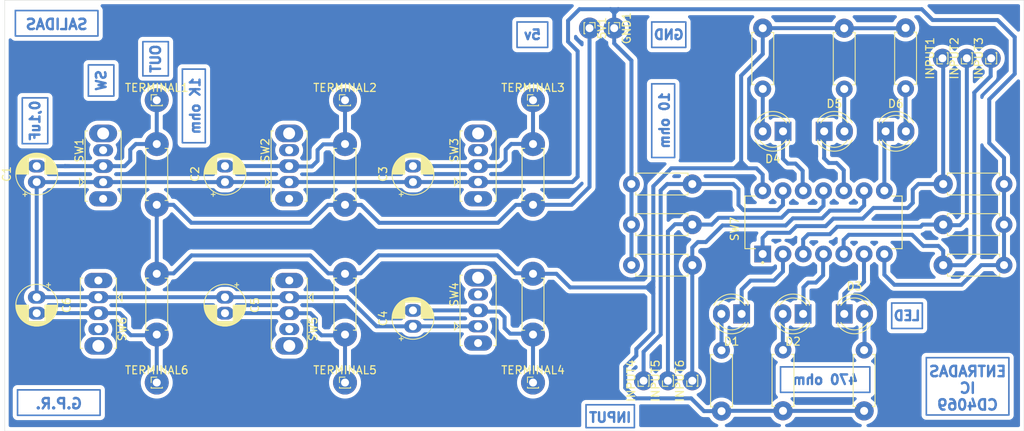
<source format=kicad_pcb>
(kicad_pcb (version 20241229) (generator "pcbnew") (generator_version "9.0")
  (layers (0 "F.Cu" signal) (2 "B.Cu" signal) (13 "F.Paste" user) (15 "B.Paste" user) (5 "F.SilkS" user "F.Silkscreen") (7 "B.SilkS" user "B.Silkscreen") (1 "F.Mask" user) (3 "B.Mask" user) (25 "Edge.Cuts" user))
  (net 0 "")
  (net 1 "Net-(5V1-Pin_1)")
  (net 2 "Net-(SW1A-B)")
  (net 3 "Net-(GND1-Pin_1)")
  (net 4 "Net-(SW2A-B)")
  (net 5 "Net-(SW3A-B)")
  (net 6 "Net-(SW4A-B)")
  (net 7 "Net-(SW5A-B)")
  (net 8 "Net-(D1-A)")
  (net 9 "Net-(D1-K)")
  (net 10 "Net-(D2-K)")
  (net 11 "Net-(D2-A)")
  (net 12 "Net-(D3-A)")
  (net 13 "Net-(D3-K)")
  (net 14 "Net-(D4-A)")
  (net 15 "Net-(D4-K)")
  (net 16 "Net-(D5-A)")
  (net 17 "Net-(D5-K)")
  (net 18 "Net-(D6-A)")
  (net 19 "Net-(D6-K)")
  (net 20 "Net-(INPUT1-Pin_1)")
  (net 21 "Net-(INPUT2-Pin_1)")
  (net 22 "Net-(INPUT3-Pin_1)")
  (net 23 "Net-(INPUT4-Pin_1)")
  (net 24 "Net-(INPUT5-Pin_1)")
  (net 25 "Net-(INPUT6-Pin_1)")
  (net 31 "Net-(SW6A-B)")
  (footprint "Library:PinHeader_1x01_P1.00mm_VerticalPAD2.5mm" (layer "F.Cu") (at 100.97 22.835 -90)
    (property "Reference" "GND1")
    (property "Value" "~")
  )
  (footprint "Library:SW_Slide_SPDT_Straight_CK_OS102011MS2QPADGRANDE" (layer "F.Cu") (at 36.95 42.14 90)
    (property "Reference" "SW1")
    (property "Value" "SW_DPDT_x2")
  )
  (footprint "Library:LED_D4.0mmPAD2,4mm" (layer "F.Cu") (at 116.935 58.675 180)
    (property "Reference" "D1")
    (property "Value" "LED")
  )
  (footprint "Library:R_Axial_DIN0207_L6.3mm_D2.5mm_P7.62mm_HorizontalPAD2.5mm" (layer "F.Cu") (at 67.250493 53.64 -90)
    (property "Reference" "R5" (hide yes))
    (property "Value" "1K OHM" (hide yes))
  )
  (footprint "Library:SW_Slide_SPDT_Straight_CK_OS102011MS2QPADGRANDE" (layer "F.Cu") (at 60.27 56.58 -90)
    (property "Reference" "SW5")
    (property "Value" "SW_DPDT_x2")
  )
  (footprint "Library:PinHeader_1x01_P1.00mm_VerticalPAD2.5mm" (layer "F.Cu") (at 145.1425 26.615 90)
    (property "Reference" "INPUT2")
    (property "Value" "~")
  )
  (footprint "Library:LED_D4.0mmPAD2,4mm" (layer "F.Cu") (at 134.97 35.775)
    (property "Reference" "D6")
    (property "Value" "LED")
  )
  (footprint "Library:R_Axial_DIN0207_L6.3mm_D2.5mm_P7.62mm_HorizontalPAD2.5mm" (layer "F.Cu") (at 110.75 52.555 180)
    (property "Reference" "R18" (hide yes))
    (property "Value" "10 OHM" (hide yes))
  )
  (footprint "Library:SW_Slide_SPDT_Straight_CK_OS102011MS2QPADGRANDE" (layer "F.Cu") (at 83.92 60.230224 90)
    (property "Reference" "SW4")
    (property "Value" "SW_DPDT_x2")
  )
  (footprint "Library:R_Axial_DIN0207_L6.3mm_D2.5mm_P7.62mm_HorizontalPAD2.5mm" (layer "F.Cu") (at 43.667693 53.64 -90)
    (property "Reference" "R6" (hide yes))
    (property "Value" "1K OHM" (hide yes))
  )
  (footprint "Library:CP_Radial_D5.0mm_P2.00mmPAD2.2mm" (layer "F.Cu") (at 52.213693 56.58 -90)
    (property "Reference" "C5")
    (property "Value" "0.1uF")
  )
  (footprint "Library:PinHeader_1x01_P1.00mm_VerticalPAD2.5mm" (layer "F.Cu") (at 97.88 22.835 -90)
    (property "Reference" "5V1")
    (property "Value" "~")
  )
  (footprint "Library:SW_Slide_SPDT_Straight_CK_OS102011MS2QPADGRANDE" (layer "F.Cu") (at 60.25 42.133859 90)
    (property "Reference" "SW2")
    (property "Value" "SW_DPDT_x2")
  )
  (footprint "Library:PinHeader_1x01_P1.00mm_VerticalPAD2.5mm" (layer "F.Cu") (at 67.250493 31.870346)
    (property "Reference" "TERMINAL2")
    (property "Value" "Out 5V/0V")
  )
  (footprint "Library:R_Axial_DIN0207_L6.3mm_D2.5mm_P7.62mm_HorizontalPAD2.5mm" (layer "F.Cu") (at 132.275 70.835 90)
    (property "Reference" "R11" (hide yes))
    (property "Value" "470 OHM" (hide yes))
  )
  (footprint "Library:LED_D4.0mmPAD2,4mm" (layer "F.Cu") (at 127.27 35.775)
    (property "Reference" "D5")
    (property "Value" "LED")
  )
  (footprint "Library:PinHeader_1x01_P1.00mm_VerticalPAD2.5mm" (layer "F.Cu") (at 148.1925 26.615 90)
    (property "Reference" "INPUT3")
    (property "Value" "~")
  )
  (footprint "Library:CP_Radial_D5.0mm_P2.00mmPAD2.2mm" (layer "F.Cu") (at 28.630893 42.133859 90)
    (property "Reference" "C1")
    (property "Value" "0.1uF")
  )
  (footprint "Library:R_Axial_DIN0207_L6.3mm_D2.5mm_P7.62mm_HorizontalPAD2.5mm" (layer "F.Cu") (at 67.250493 44.988746 90)
    (property "Reference" "R2" (hide yes))
    (property "Value" "1K OHM" (hide yes))
  )
  (footprint "Library:R_Axial_DIN0207_L6.3mm_D2.5mm_P7.62mm_HorizontalPAD2.5mm" (layer "F.Cu") (at 90.800493 44.988746 90)
    (property "Reference" "R3" (hide yes))
    (property "Value" "1K OHM" (hide yes))
  )
  (footprint "Library:R_Axial_DIN0207_L6.3mm_D2.5mm_P7.62mm_HorizontalPAD2.5mm" (layer "F.Cu") (at 142.18 42.385)
    (property "Reference" "R8" (hide yes))
    (property "Value" "10 OHM" (hide yes))
  )
  (footprint "Library:CP_Radial_D5.0mm_P2.00mmPAD2.2mm" (layer "F.Cu") (at 75.763693 42.133859 90)
    (property "Reference" "C3")
    (property "Value" "0.1uF")
  )
  (footprint "Library:PinHeader_1x01_P1.00mm_VerticalPAD2.5mm" (layer "F.Cu") (at 104.65 67.055 90)
    (property "Reference" "INPUT4")
    (property "Value" "~")
  )
  (footprint "Library:DIP794W45P254L1969H508Q14PAD2.1mm" (layer "F.Cu") (at 127.19 47.19 90)
    (property "Reference" "SW7")
    (property "Value" "SW_DIP_x07")
  )
  (footprint "Library:PinHeader_1x01_P1.00mm_VerticalPAD2.5mm" (layer "F.Cu") (at 67.250493 67.285113)
    (property "Reference" "TERMINAL5")
    (property "Value" "Out 5V/0V")
  )
  (footprint "Library:R_Axial_DIN0207_L6.3mm_D2.5mm_P7.62mm_HorizontalPAD2.5mm" (layer "F.Cu") (at 110.75 42.385 180)
    (property "Reference" "R14" (hide yes))
    (property "Value" "10 OHM" (hide yes))
  )
  (footprint "Library:R_Axial_DIN0207_L6.3mm_D2.5mm_P7.62mm_HorizontalPAD2.5mm" (layer "F.Cu") (at 142.18 52.555)
    (property "Reference" "R12" (hide yes))
    (property "Value" "10 OHM" (hide yes))
  )
  (footprint "Library:SW_Slide_SPDT_Straight_CK_OS102011MS2QPADGRANDE" (layer "F.Cu") (at 83.92 42.133859 90)
    (property "Reference" "SW3")
    (property "Value" "SW_DPDT_x2")
  )
  (footprint "Library:R_Axial_DIN0207_L6.3mm_D2.5mm_P7.62mm_HorizontalPAD2.5mm" (layer "F.Cu") (at 90.800493 53.64 -90)
    (property "Reference" "R4" (hide yes))
    (property "Value" "1K OHM" (hide yes))
  )
  (footprint "Library:CP_Radial_D5.0mm_P2.00mmPAD2.2mm" (layer "F.Cu") (at 52.213693 42.133859 90)
    (property "Reference" "C2")
    (property "Value" "0.1uF")
  )
  (footprint "Library:CP_Radial_D5.0mm_P2.00mmPAD2.2mm" (layer "F.Cu") (at 28.630893 56.58 -90)
    (property "Reference" "C6")
    (property "Value" "0.1uF")
  )
  (footprint "Library:R_Axial_DIN0207_L6.3mm_D2.5mm_P7.62mm_HorizontalPAD2.5mm" (layer "F.Cu") (at 43.667693 44.988746 90)
    (property "Reference" "R1" (hide yes))
    (property "Value" "1K OHM" (hide yes))
  )
  (footprint "Library:PinHeader_1x01_P1.00mm_VerticalPAD2.5mm" (layer "F.Cu") (at 90.800493 67.285113)
    (property "Reference" "TERMINAL4")
    (property "Value" "Out 5V/0V")
  )
  (footprint "Library:PinHeader_1x01_P1.00mm_VerticalPAD2.5mm" (layer "F.Cu") (at 43.667693 31.870346)
    (property "Reference" "TERMINAL1")
    (property "Value" "Out 5V/0V")
  )
  (footprint "Library:PinHeader_1x01_P1.00mm_VerticalPAD2.5mm" (layer "F.Cu") (at 43.667693 67.285113)
    (property "Reference" "TERMINAL6")
    (property "Value" "Out 5V/0V")
  )
  (footprint "Library:PinHeader_1x01_P1.00mm_VerticalPAD2.5mm" (layer "F.Cu") (at 107.7 67.055 90)
    (property "Reference" "INPUT5")
    (property "Value" "~")
  )
  (footprint "Library:R_Axial_DIN0207_L6.3mm_D2.5mm_P7.62mm_HorizontalPAD2.5mm" (layer "F.Cu") (at 142.18 47.47)
    (property "Reference" "R10" (hide yes))
    (property "Value" "10 OHM" (hide yes))
  )
  (footprint "Library:SW_Slide_SPDT_Straight_CK_OS102011MS2QPADGRANDE" (layer "F.Cu") (at 36.355 56.58 -90)
    (property "Reference" "SW6")
    (property "Value" "SW_DPDT_x2")
  )
  (footprint "Library:LED_D4.0mmPAD2,4mm" (layer "F.Cu") (at 122.12 35.775 180)
    (property "Reference" "D4")
    (property "Value" "LED")
  )
  (footprint "Library:LED_D4.0mmPAD2,4mm" (layer "F.Cu") (at 124.635 58.675 180)
    (property "Reference" "D2")
    (property "Value" "LED")
  )
  (footprint "Library:PinHeader_1x01_P1.00mm_VerticalPAD2.5mm" (layer "F.Cu") (at 90.800493 31.870346)
    (property "Reference" "TERMINAL3")
    (property "Value" "Out 5V/0V")
  )
  (footprint "Library:R_Axial_DIN0207_L6.3mm_D2.5mm_P7.62mm_HorizontalPAD2.5mm" (layer "F.Cu") (at 114.415 70.865 90)
    (property "Reference" "R7" (hide yes))
    (property "Value" "470 OHM" (hide yes))
  )
  (footprint "Library:CP_Radial_D5.0mm_P2.00mmPAD2.2mm" (layer "F.Cu") (at 75.763693 60.230224 90)
    (property "Reference" "C4")
    (property "Value" "0.1uF")
  )
  (footprint "Library:PinHeader_1x01_P1.00mm_VerticalPAD2.5mm" (layer "F.Cu") (at 142.0925 26.615 90)
    (property "Reference" "INPUT1")
    (property "Value" "~")
  )
  (footprint "Library:R_Axial_DIN0207_L6.3mm_D2.5mm_P7.62mm_HorizontalPAD2.5mm" (layer "F.Cu") (at 129.785 22.845 -90)
    (property "Reference" "R15" (hide yes))
    (property "Value" "470 OHM" (hide yes))
  )
  (footprint "Library:R_Axial_DIN0207_L6.3mm_D2.5mm_P7.62mm_HorizontalPAD2.5mm" (layer "F.Cu") (at 137.47 22.805 -90)
    (property "Reference" "R17" (hide yes))
    (property "Value" "470 OHM" (hide yes))
  )
  (footprint "Library:LED_D4.0mmPAD2,4mm" (layer "F.Cu") (at 129.785 58.675)
    (property "Reference" "D3")
    (property "Value" "LED")
  )
  (footprint "Library:R_Axial_DIN0207_L6.3mm_D2.5mm_P7.62mm_HorizontalPAD2.5mm" (layer "F.Cu") (at 119.58 22.835 -90)
    (property "Reference" "R13" (hide yes))
    (property "Value" "470 OHM" (hide yes))
  )
  (footprint "Library:PinHeader_1x01_P1.00mm_VerticalPAD2.5mm" (layer "F.Cu") (at 110.75 67.055 90)
    (property "Reference" "INPUT6")
    (property "Value" "~")
  )
  (footprint "Library:R_Axial_DIN0207_L6.3mm_D2.5mm_P7.62mm_HorizontalPAD2.5mm" (layer "F.Cu") (at 122.115 70.825 90)
    (property "Reference" "R9" (hide yes))
    (property "Value" "470 OHM" (hide yes))
  )
  (footprint "Library:R_Axial_DIN0207_L6.3mm_D2.5mm_P7.62mm_HorizontalPAD2.5mm" (layer "F.Cu") (at 110.75 47.47 180)
    (property "Reference" "R16" (hide yes))
    (property "Value" "10 OHM" (hide yes))
  )
  (gr_line (start 24.62 19.33) (end 152.3 19.33) (stroke (width 0.05)) (layer "Edge.Cuts"))
  (gr_line (start 152.3 19.33) (end 152.3 73.37) (stroke (width 0.05)) (layer "Edge.Cuts"))
  (gr_line (start 24.62 73.37) (end 24.62 19.33) (stroke (width 0.05)) (layer "Edge.Cuts"))
  (gr_line (start 24.62 73.37) (end 152.3 73.37) (stroke (width 0.05)) (layer "Edge.Cuts"))
  (gr_text_box "470 ohm" (start 121.805 65.32) (end 132.995 68.51) (margins 1 1 1 1) (layer "B.Cu") (effects (font (size 1.2 1.2) (thickness 0.3) (bold yes)) (justify top mirror)) (border yes) (stroke (width 0.2)))
  (gr_text_box "10 ohm" (start 105.67 29.82) (end 108.54 39.06) (margins 1 1 1 1) (angle 90) (layer "B.Cu") (effects (font (size 1.2 1.2) (thickness 0.3) (bold yes)) (justify left top mirror)) (border yes) (stroke (width 0.2)))
  (gr_text_box "1K ohm" (start 46.88 27.97) (end 49.75 37.21) (margins 1 1 1 1) (angle 90) (layer "B.Cu") (effects (font (size 1.2 1.2) (thickness 0.3) (bold yes)) (justify left top mirror)) (border yes) (stroke (width 0.2)))
  (gr_text_box "G.P.R." (start 26.23 68.2) (end 36.57 71.39) (margins 1.075 1.075 1.075 1.075) (layer "B.Cu") (effects (font (size 1.3 1.3) (thickness 0.3) (bold yes)) (justify top mirror)) (border yes) (stroke (width 0.2)))
  (gr_text_box "SALIDAS" (start 25.96 20.63) (end 36.3 23.82) (margins 1.075 1.075 1.075 1.075) (layer "B.Cu") (effects (font (size 1.3 1.3) (thickness 0.3) (bold yes)) (justify top mirror)) (border yes) (stroke (width 0.2)))
  (gr_text_box "5v" (start 88.8 22.06) (end 92.64 25.25) (margins 1 1 1 1) (layer "B.Cu") (effects (font (size 1.2 1.2) (thickness 0.3) (bold yes)) (justify top mirror)) (border yes) (stroke (width 0.2)))
  (gr_text_box "LED" (start 135.73 57.31) (end 139.57 60.5) (margins 1 1 1 1) (layer "B.Cu") (effects (font (size 1.2 1.2) (thickness 0.3) (bold yes)) (justify top mirror)) (border yes) (stroke (width 0.2)))
  (gr_text_box "0,1uF" (start 26.825 37.3204) (end 30.015 31.575) (margins 1 1 1 1) (angle 90) (layer "B.Cu") (effects (font (size 1.2 1.2) (thickness 0.3) (bold yes)) (justify top mirror)) (border yes) (stroke (width 0.2)))
  (gr_text_box "GND" (start 105.67 22.06) (end 109.94 25.25) (margins 1 1 1 1) (layer "B.Cu") (effects (font (size 1.2 1.2) (thickness 0.3) (bold yes)) (justify top mirror)) (border yes) (stroke (width 0.2)))
  (gr_text_box "ENTRADAS\nIC CD4069" (start 140.07 64.16) (end 150.41 71.35) (margins 1.075 1.075 1.075 1.075) (layer "B.Cu") (effects (font (size 1.3 1.3) (thickness 0.3) (bold yes)) (justify top mirror)) (border yes) (stroke (width 0.2)))
  (gr_text_box "SW" (start 35.105 31.35) (end 38.295 27.4446) (margins 1 1 1 1) (angle 90) (layer "B.Cu") (effects (font (size 1.2 1.2) (thickness 0.3) (bold yes)) (justify top mirror)) (border yes) (stroke (width 0.2)))
  (gr_text_box "INPUT" (start 97.44 70.065) (end 103.5 72.935) (margins 1 1 1 1) (layer "B.Cu") (effects (font (size 1.2 1.2) (thickness 0.3) (bold yes)) (justify top mirror)) (border yes) (stroke (width 0.2)))
  (gr_text_box "OUT" (start 41.93 28.8227) (end 45.12 24.5273) (margins 1 1 1 1) (angle 90) (layer "B.Cu") (effects (font (size 1.2 1.2) (thickness 0.3) (bold yes)) (justify top mirror)) (border yes) (stroke (width 0.2)))
  (segment (start 112.215 70.865) (end 114.415 70.865) (width 0.5) (layer "B.Cu") (net 1))
  (segment (start 90.72 53.58) (end 88.6 53.58) (width 0.5) (layer "B.Cu") (net 1))
  (segment (start 48.010493 47.248746) (end 45.750493 44.988746) (width 0.5) (layer "B.Cu") (net 1))
  (segment (start 129.825 22.805) (end 129.785 22.845) (width 0.5) (layer "B.Cu") (net 1))
  (segment (start 105.87 54.56) (end 105.87 42.66) (width 0.5) (layer "B.Cu") (net 1))
  (segment (start 102.35 65.31) (end 102.35 67.94) (width 0.5) (layer "B.Cu") (net 1))
  (segment (start 103.74 63.08) (end 103.74 63.92) (width 0.5) (layer "B.Cu") (net 1))
  (segment (start 90.800493 44.988746) (end 95.631254 44.988746) (width 0.5) (layer "B.Cu") (net 1))
  (segment (start 116.82 39.93) (end 117.015 39.735) (width 0.5) (layer "B.Cu") (net 1))
  (segment (start 119.58 26.08) (end 119.58 22.835) (width 0.5) (layer "B.Cu") (net 1))
  (segment (start 116.05 40.41) (end 116.87 39.59) (width 0.5) (layer "B.Cu") (net 1))
  (segment (start 103.74 63.92) (end 102.35 65.31) (width 0.5) (layer "B.Cu") (net 1))
  (segment (start 62.9 51.34) (end 48.04 51.34) (width 0.5) (layer "B.Cu") (net 1))
  (segment (start 43.44 45.216439) (end 43.667693 44.988746) (width 0.5) (layer "B.Cu") (net 1))
  (segment (start 119.57 41.2) (end 119.57 43.22) (width 0.5) (layer "B.Cu") (net 1))
  (segment (start 122.125 70.835) (end 122.115 70.825) (width 0.5) (layer "B.Cu") (net 1))
  (segment (start 116.87 28.79) (end 119.58 26.08) (width 0.5) (layer "B.Cu") (net 1))
  (segment (start 114.455 70.825) (end 114.415 70.865) (width 0.5) (layer "B.Cu") (net 1))
  (segment (start 95.63 44.99) (end 95.88 44.74) (width 0.5) (layer "B.Cu") (net 1))
  (segment (start 105.415 55.015) (end 105.87 54.56) (width 0.5) (layer "B.Cu") (net 1))
  (segment (start 116.87 39.59) (end 116.87 28.79) (width 0.5) (layer "B.Cu") (net 1))
  (segment (start 88.660493 44.998746) (end 86.410493 47.248746) (width 0.5) (layer "B.Cu") (net 1))
  (segment (start 105.87 60.95) (end 103.74 63.08) (width 0.5) (layer "B.Cu") (net 1))
  (segment (start 93.73 53.64) (end 90.800493 53.64) (width 0.5) (layer "B.Cu") (net 1))
  (segment (start 69.280493 44.998746) (end 67.197693 44.998746) (width 0.5) (layer "B.Cu") (net 1))
  (segment (start 105.865 56.135) (end 105.355 55.625) (width 0.5) (layer "B.Cu") (net 1))
  (segment (start 71.540493 47.258746) (end 69.280493 44.998746) (width 0.5) (layer "B.Cu") (net 1))
  (segment (start 105.355 55.075) (end 105.415 55.015) (width 0.5) (layer "B.Cu") (net 1))
  (segment (start 105.85 55.35) (end 105.87 55.33) (width 0.5) (layer "B.Cu") (net 1))
  (segment (start 105.355 55.625) (end 105.355 55.075) (width 0.5) (layer "B.Cu") (net 1))
  (segment (start 118.78 40.41) (end 119.57 41.2) (width 0.5) (layer "B.Cu") (net 1))
  (segment (start 67.250493 44.988746) (end 65.130493 44.988746) (width 0.5) (layer "B.Cu") (net 1))
  (segment (start 105.355 55.625) (end 105.075 55.345) (width 0.5) (layer "B.Cu") (net 1))
  (segment (start 129.775 22.835) (end 129.785 22.845) (width 0.5) (layer "B.Cu") (net 1))
  (segment (start 95.44 55.35) (end 93.73 53.64) (width 0.5) (layer "B.Cu") (net 1))
  (segment (start 108.12 40.41) (end 116.05 40.41) (width 0.5) (layer "B.Cu") (net 1))
  (segment (start 67.27 53.59) (end 65.15 53.59) (width 0.5) (layer "B.Cu") (net 1))
  (segment (start 71.48 51.32) (end 69.22 53.58) (width 0.5) (layer "B.Cu") (net 1))
  (segment (start 122.075 70.865) (end 122.115 70.825) (width 0.5) (layer "B.Cu") (net 1))
  (segment (start 103.67 69.26) (end 110.61 69.26) (width 0.5) (layer "B.Cu") (net 1))
  (segment (start 119.58 22.835) (end 129.775 22.835) (width 0.5) (layer "B.Cu") (net 1))
  (segment (start 45.77 53.59) (end 43.6872 53.59) (width 0.5) (layer "B.Cu") (net 1))
  (segment (start 105.87 55.33) (end 105.87 60.95) (width 0.5) (layer "B.Cu") (net 1))
  (segment (start 129.785 22.845) (end 137.43 22.845) (width 0.5) (layer "B.Cu") (net 1))
  (segment (start 65.15 53.59) (end 62.9 51.34) (width 0.5) (layer "B.Cu") (net 1))
  (segment (start 102.35 67.94) (end 103.67 69.26) (width 0.5) (layer "B.Cu") (net 1))
  (segment (start 116.82 40.41) (end 116.82 39.93) (width 0.5) (layer "B.Cu") (net 1))
  (segment (start 105.08 55.35) (end 95.44 55.35) (width 0.5) (layer "B.Cu") (net 1))
  (segment (start 116.82 40.41) (end 118.78 40.41) (width 0.5) (layer "B.Cu") (net 1))
  (segment (start 110.61 69.26) (end 112.215 70.865) (width 0.5) (layer "B.Cu") (net 1))
  (segment (start 116.05 40.41) (end 116.82 40.41) (width 0.5) (layer "B.Cu") (net 1))
  (segment (start 105.08 55.35) (end 105.85 55.35) (width 0.5) (layer "B.Cu") (net 1))
  (segment (start 90.780493 44.998746) (end 88.660493 44.998746) (width 0.5) (layer "B.Cu") (net 1))
  (segment (start 97.88 22.835) (end 97.88 42.74) (width 0.5) (layer "B.Cu") (net 1))
  (segment (start 43.667693 53.64) (end 43.667693 45.216439) (width 0.5) (layer "B.Cu") (net 1))
  (segment (start 116.87 39.59) (end 117.015 39.735) (width 0.5) (layer "B.Cu") (net 1))
  (segment (start 95.631254 44.988746) (end 95.88 44.74) (width 0.5) (layer "B.Cu") (net 1))
  (segment (start 105.87 42.66) (end 108.12 40.41) (width 0.5) (layer "B.Cu") (net 1))
  (segment (start 69.22 53.58) (end 67.1372 53.58) (width 0.5) (layer "B.Cu") (net 1))
  (segment (start 122.115 70.825) (end 114.455 70.825) (width 0.5) (layer "B.Cu") (net 1))
  (segment (start 45.750493 44.988746) (end 43.667693 44.988746) (width 0.5) (layer "B.Cu") (net 1))
  (segment (start 62.880493 47.238746) (end 48.020493 47.238746) (width 0.5) (layer "B.Cu") (net 1))
  (segment (start 44.27 54.47) (end 43.44 53.64) (width 0.5) (layer "B.Cu") (net 1))
  (segment (start 105.08 55.35) (end 105.415 55.015) (width 0.5) (layer "B.Cu") (net 1))
  (segment (start 88.6 53.58) (end 86.35 51.33) (width 0.5) (layer "B.Cu") (net 1))
  (segment (start 86.410493 47.248746) (end 71.550493 47.248746) (width 0.5) (layer "B.Cu") (net 1))
  (segment (start 129.795 22.855) (end 129.785 22.845) (width 0.5) (layer "B.Cu") (net 1))
  (segment (start 95.88 44.74) (end 97.88 42.74) (width 0.5) (layer "B.Cu") (net 1))
  (segment (start 105.87 54.56) (end 105.87 55.33) (width 0.5) (layer "B.Cu") (net 1))
  (segment (start 137.43 22.845) (end 137.47 22.805) (width 0.5) (layer "B.Cu") (net 1))
  (segment (start 86.35 51.33) (end 71.49 51.33) (width 0.5) (layer "B.Cu") (net 1))
  (segment (start 48.020493 47.238746) (end 48.010493 47.248746) (width 0.5) (layer "B.Cu") (net 1))
  (segment (start 48.03 51.33) (end 45.77 53.59) (width 0.5) (layer "B.Cu") (net 1))
  (segment (start 132.275 70.835) (end 122.125 70.835) (width 0.5) (layer "B.Cu") (net 1))
  (segment (start 65.130493 44.988746) (end 62.880493 47.238746) (width 0.5) (layer "B.Cu") (net 1))
  (segment (start 117.015 39.735) (end 117.69 40.41) (width 0.5) (layer "B.Cu") (net 1))
  (segment (start 40.35 39.44) (end 40.35 38.07) (width 0.5) (layer "B.Cu") (net 2))
  (segment (start 43.667693 31.870346) (end 43.667693 37.470346) (width 0.5) (layer "B.Cu") (net 2))
  (segment (start 39.65 40.14) (end 40.35 39.44) (width 0.5) (layer "B.Cu") (net 2))
  (segment (start 28.563126 40.133859) (end 28.630893 40.133859) (width 0.5) (layer "B.Cu") (net 2))
  (segment (start 36.95 40.14) (end 32.163859 40.14) (width 0.5) (layer "B.Cu") (net 2))
  (segment (start 43.625193 37.326246) (end 43.667693 37.368746) (width 0.5) (layer "B.Cu") (net 2))
  (segment (start 28.559267 40.13) (end 28.563126 40.133859) (width 0.5) (layer "B.Cu") (net 2))
  (segment (start 28.843693 40.143859) (end 32.16 40.143859) (width 0.5) (layer "B.Cu") (net 2))
  (segment (start 36.95 40.14) (end 39.65 40.14) (width 0.5) (layer "B.Cu") (net 2))
  (segment (start 41.051254 37.368746) (end 43.667693 37.368746) (width 0.5) (layer "B.Cu") (net 2))
  (segment (start 40.35 38.07) (end 41.051254 37.368746) (width 0.5) (layer "B.Cu") (net 2))
  (segment (start 32.16 40.143859) (end 32.716141 40.143859) (width 0.5) (layer "B.Cu") (net 2))
  (segment (start 32.163859 40.14) (end 32.16 40.143859) (width 0.5) (layer "B.Cu") (net 2))
  (segment (start 103.062039 42.452961) (end 103.13 42.385) (width 0.5) (layer "B.Cu") (net 3))
  (segment (start 67.56 56.58) (end 71.210224 60.230224) (width 0.5) (layer "B.Cu") (net 3))
  (segment (start 149.8 42.935) (end 149.8 48.02) (width 0.5) (layer "B.Cu") (net 3))
  (segment (start 103.13 42.385) (end 103.13 40.27) (width 0.5) (layer "B.Cu") (net 3))
  (segment (start 95.19 24.52) (end 96.39 25.72) (width 0.5) (layer "B.Cu") (net 3))
  (segment (start 148.99 21.82) (end 140.86 21.82) (width 0.5) (layer "B.Cu") (net 3))
  (segment (start 140.86 21.82) (end 139.5 20.46) (width 0.5) (layer "B.Cu") (net 3))
  (segment (start 134.81 53.76) (end 136.07 55.02) (width 0.5) (layer "B.Cu") (net 3))
  (segment (start 100.97 20.97) (end 100.97 22.835) (width 0.5) (layer "B.Cu") (net 3))
  (segment (start 52.213693 42.133859) (end 60.25 42.133859) (width 0.5) (layer "B.Cu") (net 3))
  (segment (start 60.25 42.133859) (end 75.763693 42.133859) (width 0.5) (layer "B.Cu") (net 3))
  (segment (start 139.5 20.46) (end 101.48 20.46) (width 0.5) (layer "B.Cu") (net 3))
  (segment (start 151.14 23.95) (end 151.12 23.95) (width 0.5) (layer "B.Cu") (net 3))
  (segment (start 101.48 20.46) (end 100.97 20.97) (width 0.5) (layer "B.Cu") (net 3))
  (segment (start 100.97 20.97) (end 100.97 20.92) (width 0.5) (layer "B.Cu") (net 3))
  (segment (start 103.135 40.835) (end 103.135 52.535) (width 0.5) (layer "B.Cu") (net 3))
  (segment (start 95.736141 42.133859) (end 96.39 41.48) (width 0.5) (layer "B.Cu") (net 3))
  (segment (start 52.207552 42.14) (end 52.213693 42.133859) (width 0.5) (layer "B.Cu") (net 3))
  (segment (start 100.97 20.92) (end 100.51 20.46) (width 0.5) (layer "B.Cu") (net 3))
  (segment (start 149.8 53.105) (end 149.8 48.02) (width 0.5) (layer "B.Cu") (net 3))
  (segment (start 100.97 24.745) (end 100.97 22.88) (width 0.5) (layer "B.Cu") (net 3))
  (segment (start 151.14 28.57) (end 151.14 23.95) (width 0.5) (layer "B.Cu") (net 3))
  (segment (start 36.95 42.14) (end 52.207552 42.14) (width 0.5) (layer "B.Cu") (net 3))
  (segment (start 83.92 42.133859) (end 95.736141 42.133859) (width 0.5) (layer "B.Cu") (net 3))
  (segment (start 151.12 23.95) (end 148.99 21.82) (width 0.5) (layer "B.Cu") (net 3))
  (segment (start 71.210224 60.230224) (end 75.763693 60.230224) (width 0.5) (layer "B.Cu") (net 3))
  (segment (start 101.485 25.255) (end 103.13 26.9) (width 0.5) (layer "B.Cu") (net 3))
  (segment (start 52.177552 42.17) (end 52.213693 42.133859) (width 0.5) (layer "B.Cu") (net 3))
  (segment (start 28.12 42.644752) (end 28.630893 42.133859) (width 0.5) (layer "B.Cu") (net 3))
  (segment (start 36.95 42.14) (end 28.637034 42.14) (width 0.5) (layer "B.Cu") (net 3))
  (segment (start 134.81 51.16) (end 134.81 53.76) (width 0.5) (layer "B.Cu") (net 3))
  (segment (start 96.39 25.72) (end 96.39 41.48) (width 0.5) (layer "B.Cu") (net 3))
  (segment (start 100.51 20.46) (end 96.62 20.46) (width 0.5) (layer "B.Cu") (net 3))
  (segment (start 28.637034 42.14) (end 28.630893 42.133859) (width 0.5) (layer "B.Cu") (net 3))
  (segment (start 136.07 55.02) (end 144.49 55.02) (width 0.5) (layer "B.Cu") (net 3))
  (segment (start 101.48 25.255) (end 100.97 24.745) (width 0.5) (layer "B.Cu") (net 3))
  (segment (start 149.8 39.09) (end 147.95 37.24) (width 0.5) (layer "B.Cu") (net 3))
  (segment (start 103.13 40.27) (end 103.13 26.9) (width 0.5) (layer "B.Cu") (net 3))
  (segment (start 147.95 37.24) (end 147.95 31.76) (width 0.5) (layer "B.Cu") (net 3))
  (segment (start 96.62 20.46) (end 95.19 21.89) (width 0.5) (layer "B.Cu") (net 3))
  (segment (start 101.48 20.46) (end 100.51 20.46) (width 0.5) (layer "B.Cu") (net 3))
  (segment (start 146.955 52.555) (end 144.49 55.02) (width 0.5) (layer "B.Cu") (net 3))
  (segment (start 75.763693 42.133859) (end 83.92 42.133859) (width 0.5) (layer "B.Cu") (net 3))
  (segment (start 147.95 31.76) (end 151.14 28.57) (width 0.5) (layer "B.Cu") (net 3))
  (segment (start 60.27 56.58) (end 67.56 56.58) (width 0.5) (layer "B.Cu") (net 3))
  (segment (start 75.763693 60.230224) (end 83.92 60.230224) (width 0.5) (layer "B.Cu") (net 3))
  (segment (start 149.8 52.555) (end 146.955 52.555) (width 0.5) (layer "B.Cu") (net 3))
  (segment (start 52.213693 56.58) (end 60.27 56.58) (width 0.5) (layer "B.Cu") (net 3))
  (segment (start 95.19 21.89) (end 95.19 24.52) (width 0.5) (layer "B.Cu") (net 3))
  (segment (start 28.630893 56.58) (end 36.355 56.58) (width 0.5) (layer "B.Cu") (net 3))
  (segment (start 28.630893 56.58) (end 28.630893 42.133859) (width 0.5) (layer "B.Cu") (net 3))
  (segment (start 101.48 25.255) (end 101.485 25.255) (width 0.5) (layer "B.Cu") (net 3))
  (segment (start 149.8 42.935) (end 149.8 39.09) (width 0.5) (layer "B.Cu") (net 3))
  (segment (start 52.213693 56.58) (end 36.355 56.58) (width 0.5) (layer "B.Cu") (net 3))
  (segment (start 60.412307 40.181254) (end 63.112307 40.181254) (width 0.5) (layer "B.Cu") (net 4))
  (segment (start 64.513561 37.41) (end 67.13 37.41) (width 0.5) (layer "B.Cu") (net 4))
  (segment (start 63.812307 38.111254) (end 64.513561 37.41) (width 0.5) (layer "B.Cu") (net 4))
  (segment (start 63.112307 40.181254) (end 63.812307 39.481254) (width 0.5) (layer "B.Cu") (net 4))
  (segment (start 63.812307 39.481254) (end 63.812307 38.111254) (width 0.5) (layer "B.Cu") (net 4))
  (segment (start 52.213693 40.133859) (end 60.25 40.133859) (width 0.5) (layer "B.Cu") (net 4))
  (segment (start 52.177552 40.17) (end 52.213693 40.133859) (width 0.5) (layer "B.Cu") (net 4))
  (segment (start 67.250493 31.870346) (end 67.250493 37.368746) (width 0.5) (layer "B.Cu") (net 4))
  (segment (start 67.207993 37.326246) (end 67.250493 37.368746) (width 0.5) (layer "B.Cu") (net 4))
  (segment (start 90.800493 31.870346) (end 90.800493 37.368746) (width 0.5) (layer "B.Cu") (net 5))
  (segment (start 83.972307 40.131254) (end 86.672307 40.131254) (width 0.5) (layer "B.Cu") (net 5))
  (segment (start 87.372307 38.061254) (end 88.073561 37.36) (width 0.5) (layer "B.Cu") (net 5))
  (segment (start 75.763693 40.133859) (end 83.92 40.133859) (width 0.5) (layer "B.Cu") (net 5))
  (segment (start 75.762334 40.1325) (end 75.763693 40.133859) (width 0.5) (layer "B.Cu") (net 5))
  (segment (start 88.073561 37.36) (end 90.69 37.36) (width 0.5) (layer "B.Cu") (net 5))
  (segment (start 86.672307 40.131254) (end 87.372307 39.431254) (width 0.5) (layer "B.Cu") (net 5))
  (segment (start 87.372307 39.431254) (end 87.372307 38.061254) (width 0.5) (layer "B.Cu") (net 5))
  (segment (start 90.64 61.15) (end 87.94 61.15) (width 0.5) (layer "B.Cu") (net 6))
  (segment (start 90.800493 61.26) (end 90.800493 67.285113) (width 0.5) (layer "B.Cu") (net 6))
  (segment (start 87.24 60.45) (end 87.24 59.08) (width 0.5) (layer "B.Cu") (net 6))
  (segment (start 75.763693 58.230224) (end 83.92 58.230224) (width 0.5) (layer "B.Cu") (net 6))
  (segment (start 86.538746 58.378746) (end 83.922307 58.378746) (width 0.5) (layer "B.Cu") (net 6))
  (segment (start 87.24 59.08) (end 86.538746 58.378746) (width 0.5) (layer "B.Cu") (net 6))
  (segment (start 87.94 61.15) (end 87.24 60.45) (width 0.5) (layer "B.Cu") (net 6))
  (segment (start 62.908746 58.588746) (end 60.292307 58.588746) (width 0.5) (layer "B.Cu") (net 7))
  (segment (start 67.250493 68.05) (end 67.250493 62.09) (width 0.5) (layer "B.Cu") (net 7))
  (segment (start 64.31 61.36) (end 63.61 60.66) (width 0.5) (layer "B.Cu") (net 7))
  (segment (start 67.01 61.36) (end 64.31 61.36) (width 0.5) (layer "B.Cu") (net 7))
  (segment (start 52.213693 58.58) (end 60.27 58.58) (width 0.5) (layer "B.Cu") (net 7))
  (segment (start 63.61 60.66) (end 63.61 59.29) (width 0.5) (layer "B.Cu") (net 7))
  (segment (start 63.61 59.29) (end 62.908746 58.588746) (width 0.5) (layer "B.Cu") (net 7))
  (segment (start 114.415 63.245) (end 114.415 58.695) (width 0.5) (layer "B.Cu") (net 8))
  (segment (start 114.415 58.695) (end 114.395 58.675) (width 0.5) (layer "B.Cu") (net 8))
  (segment (start 118.06 54.49) (end 120.98 54.49) (width 0.5) (layer "B.Cu") (net 9))
  (segment (start 122.11 53.36) (end 122.11 51.16) (width 0.5) (layer "B.Cu") (net 9))
  (segment (start 120.98 54.49) (end 122.11 53.36) (width 0.5) (layer "B.Cu") (net 9))
  (segment (start 116.935 55.615) (end 118.06 54.49) (width 0.5) (layer "B.Cu") (net 9))
  (segment (start 116.935 58.675) (end 116.935 55.615) (width 0.5) (layer "B.Cu") (net 9))
  (segment (start 126.24 54.74) (end 125.27 54.74) (width 0.5) (layer "B.Cu") (net 10))
  (segment (start 127.14 53.84) (end 126.24 54.74) (width 0.5) (layer "B.Cu") (net 10))
  (segment (start 125.27 54.74) (end 124.66 55.35) (width 0.5) (layer "B.Cu") (net 10))
  (segment (start 124.68 55.37) (end 124.68 58.715) (width 0.5) (layer "B.Cu") (net 10))
  (segment (start 127.14 51.27) (end 127.14 53.84) (width 0.5) (layer "B.Cu") (net 10))
  (segment (start 124.65 58.66) (end 124.635 58.675) (width 0.5) (layer "B.Cu") (net 10))
  (segment (start 122.095 63.185) (end 122.115 63.205) (width 0.5) (layer "B.Cu") (net 11))
  (segment (start 122.095 58.675) (end 122.095 63.185) (width 0.5) (layer "B.Cu") (net 11))
  (segment (start 132.325 58.675) (end 132.325 63.165) (width 0.5) (layer "B.Cu") (net 12))
  (segment (start 132.275 58.725) (end 132.325 58.675) (width 0.5) (layer "B.Cu") (net 12))
  (segment (start 132.325 63.165) (end 132.275 63.215) (width 0.5) (layer "B.Cu") (net 12))
  (segment (start 132.26 54.61) (end 132.26 51.265) (width 0.5) (layer "B.Cu") (net 13))
  (segment (start 129.73 58.62) (end 129.785 58.675) (width 0.5) (layer "B.Cu") (net 13))
  (segment (start 129.8 58.71) (end 129.8 56.14) (width 0.5) (layer "B.Cu") (net 13))
  (segment (start 129.865 58.745) (end 129.795 58.675) (width 0.5) (layer "B.Cu") (net 13))
  (segment (start 131.67 55.24) (end 132.28 54.63) (width 0.5) (layer "B.Cu") (net 13))
  (segment (start 130.7 55.24) (end 131.67 55.24) (width 0.5) (layer "B.Cu") (net 13))
  (segment (start 129.8 56.14) (end 130.7 55.24) (width 0.5) (layer "B.Cu") (net 13))
  (segment (start 119.58 35.775) (end 119.58 30.455) (width 0.5) (layer "B.Cu") (net 14))
  (segment (start 123.68 39.82) (end 122.71 39.82) (width 0.5) (layer "B.Cu") (net 15))
  (segment (start 122.71 39.82) (end 122.1 39.21) (width 0.5) (layer "B.Cu") (net 15))
  (segment (start 124.58 43.29) (end 124.58 40.72) (width 0.5) (layer "B.Cu") (net 15))
  (segment (start 124.58 40.72) (end 123.68 39.82) (width 0.5) (layer "B.Cu") (net 15))
  (segment (start 122.12 39.19) (end 122.12 35.845) (width 0.5) (layer "B.Cu") (net 15))
  (segment (start 129.785 30.465) (end 129.785 35.75) (width 0.5) (layer "B.Cu") (net 16))
  (segment (start 129.785 35.75) (end 129.81 35.775) (width 0.5) (layer "B.Cu") (net 16))
  (segment (start 127.86 39.75) (end 127.25 39.14) (width 0.5) (layer "B.Cu") (net 17))
  (segment (start 127.27 39.12) (end 127.27 35.775) (width 0.5) (layer "B.Cu") (net 17))
  (segment (start 129.73 43.22) (end 129.73 40.65) (width 0.5) (layer "B.Cu") (net 17))
  (segment (start 129.73 40.65) (end 128.83 39.75) (width 0.5) (layer "B.Cu") (net 17))
  (segment (start 128.83 39.75) (end 127.86 39.75) (width 0.5) (layer "B.Cu") (net 17))
  (segment (start 127.25 39.14) (end 127.27 39.12) (width 0.5) (layer "B.Cu") (net 17))
  (segment (start 137.47 35.735) (end 137.51 35.775) (width 0.5) (layer "B.Cu") (net 18))
  (segment (start 137.47 30.425) (end 137.47 35.735) (width 0.5) (layer "B.Cu") (net 18))
  (segment (start 134.81 43.22) (end 134.81 35.935) (width 0.5) (layer "B.Cu") (net 19))
  (segment (start 134.81 35.935) (end 134.97 35.775) (width 0.5) (layer "B.Cu") (net 19))
  (segment (start 138.3675 44.7475) (end 138.37 44.75) (width 0.5) (layer "B.Cu") (net 20))
  (segment (start 137.73 45.39) (end 133.44 45.39) (width 0.5) (layer "B.Cu") (net 20))
  (segment (start 142.18 42.935) (end 142.18 26.7025) (width 0.5) (layer "B.Cu") (net 20))
  (segment (start 138.3675 43.0925) (end 138.3675 44.7475) (width 0.5) (layer "B.Cu") (net 20))
  (segment (start 122.95 48.5) (end 120.2 48.5) (width 0.5) (layer "B.Cu") (net 20))
  (segment (start 128.41 46.72) (end 127.47 47.66) (width 0.5) (layer "B.Cu") (net 20))
  (segment (start 142.18 26.7025) (end 142.0925 26.615) (width 0.5) (layer "B.Cu") (net 20))
  (segment (start 120.2 48.5) (end 119.56 49.14) (width 0.5) (layer "B.Cu") (net 20))
  (segment (start 133.44 45.39) (end 132.11 46.72) (width 0.5) (layer "B.Cu") (net 20))
  (segment (start 142.18 42.385) (end 139.075 42.385) (width 0.5) (layer "B.Cu") (net 20))
  (segment (start 142.0925 42.8475) (end 142.18 42.935) (width 0.5) (layer "B.Cu") (net 20))
  (segment (start 139.075 42.385) (end 138.3675 43.0925) (width 0.5) (layer "B.Cu") (net 20))
  (segment (start 119.56 49.14) (end 119.56 50.93) (width 0.5) (layer "B.Cu") (net 20))
  (segment (start 138.37 44.75) (end 137.73 45.39) (width 0.5) (layer "B.Cu") (net 20))
  (segment (start 123.79 47.66) (end 122.95 48.5) (width 0.5) (layer "B.Cu") (net 20))
  (segment (start 132.11 46.72) (end 128.41 46.72) (width 0.5) (layer "B.Cu") (net 20))
  (segment (start 127.47 47.66) (end 123.79 47.66) (width 0.5) (layer "B.Cu") (net 20))
  (segment (start 127.97 48.68) (end 128.91 47.74) (width 0.5) (layer "B.Cu") (net 21))
  (segment (start 124.64 49.32) (end 125.28 48.68) (width 0.5) (layer "B.Cu") (net 21))
  (segment (start 142.175 47.55) (end 144.29 47.55) (width 0.5) (layer "B.Cu") (net 21))
  (segment (start 128.91 47.74) (end 139.34 47.74) (width 0.5) (layer "B.Cu") (net 21))
  (segment (start 139.34 47.74) (end 139.61 47.47) (width 0.5) (layer "B.Cu") (net 21))
  (segment (start 144.29 47.55) (end 145.1425 46.6975) (width 0.5) (layer "B.Cu") (net 21))
  (segment (start 124.64 51.11) (end 124.64 49.32) (width 0.5) (layer "B.Cu") (net 21))
  (segment (start 125.28 48.68) (end 127.97 48.68) (width 0.5) (layer "B.Cu") (net 21))
  (segment (start 145.1425 46.6975) (end 145.1425 26.615) (width 0.5) (layer "B.Cu") (net 21))
  (segment (start 139.61 47.47) (end 142.18 47.47) (width 0.5) (layer "B.Cu") (net 21))
  (segment (start 139.695 50.15) (end 138.295 48.75) (width 0.5) (layer "B.Cu") (net 22))
  (segment (start 141.59 50.15) (end 139.695 50.15) (width 0.5) (layer "B.Cu") (net 22))
  (segment (start 129.71 49.39) (end 130.35 48.75) (width 0.5) (layer "B.Cu") (net 22))
  (segment (start 146.08 51.41) (end 146.08 30.92) (width 0.5) (layer "B.Cu") (net 22))
  (segment (start 146.0725 30.9125) (end 148.13 28.855) (width 0.5) (layer "B.Cu") (net 22))
  (segment (start 144.92 52.57) (end 146.08 51.41) (width 0.5) (layer "B.Cu") (net 22))
  (segment (start 146.08 30.92) (end 146.0725 30.9125) (width 0.5) (layer "B.Cu") (net 22))
  (segment (start 142.18 52.555) (end 142.18 50.74) (width 0.5) (layer "B.Cu") (net 22))
  (segment (start 142.195 53.12) (end 142.18 53.105) (width 0.5) (layer "B.Cu") (net 22))
  (segment (start 148.13 28.855) (end 148.13 26.74) (width 0.5) (layer "B.Cu") (net 22))
  (segment (start 130.365 48.75) (end 138.295 48.75) (width 0.5) (layer "B.Cu") (net 22))
  (segment (start 142.18 50.74) (end 141.59 50.15) (width 0.5) (layer "B.Cu") (net 22))
  (segment (start 129.71 51.18) (end 129.71 49.39) (width 0.5) (layer "B.Cu") (net 22))
  (segment (start 142.155 52.57) (end 144.92 52.57) (width 0.5) (layer "B.Cu") (net 22))
  (segment (start 104.65 67.055) (end 104.65 63.42) (width 0.5) (layer "B.Cu") (net 23))
  (segment (start 121.47 45.65) (end 122.11 45.01) (width 0.5) (layer "B.Cu") (net 23))
  (segment (start 106.79 43.2) (end 107.605 42.385) (width 0.5) (layer "B.Cu") (net 23))
  (segment (start 116.54 45.01) (end 117.18 45.65) (width 0.5) (layer "B.Cu") (net 23))
  (segment (start 122.085 43.195) (end 122.11 43.22) (width 0.5) (layer "B.Cu") (net 23))
  (segment (start 110.75 42.385) (end 115.895 42.385) (width 0.5) (layer "B.Cu") (net 23))
  (segment (start 116.54 43.03) (end 116.54 45.01) (width 0.5) (layer "B.Cu") (net 23))
  (segment (start 115.895 42.385) (end 116.54 43.03) (width 0.5) (layer "B.Cu") (net 23))
  (segment (start 122.11 45.01) (end 122.11 43.22) (width 0.5) (layer "B.Cu") (net 23))
  (segment (start 117.18 45.65) (end 121.47 45.65) (width 0.5) (layer "B.Cu") (net 23))
  (segment (start 122.12 43.21) (end 122.11 43.22) (width 0.5) (layer "B.Cu") (net 23))
  (segment (start 104.65 63.42) (end 106.79 61.28) (width 0.5) (layer "B.Cu") (net 23))
  (segment (start 106.79 61.28) (end 106.79 43.2) (width 0.5) (layer "B.Cu") (net 23))
  (segment (start 107.605 42.385) (end 110.75 42.385) (width 0.5) (layer "B.Cu") (net 23))
  (segment (start 122.8 45.75) (end 121.94 46.61) (width 0.5) (layer "B.Cu") (net 24))
  (segment (start 110.7075 47.425) (end 108.5925 47.425) (width 0.5) (layer "B.Cu") (net 24))
  (segment (start 114.06 46.61) (end 113.19 47.48) (width 0.5) (layer "B.Cu") (net 24))
  (segment (start 113.19 47.48) (end 113.18 47.47) (width 0.5) (layer "B.Cu") (net 24))
  (segment (start 108.5925 47.425) (end 107.7 48.3175) (width 0.5) (layer "B.Cu") (net 24))
  (segment (start 121.94 46.61) (end 114.06 46.61) (width 0.5) (layer "B.Cu") (net 24))
  (segment (start 126.55 45.75) (end 122.8 45.75) (width 0.5) (layer "B.Cu") (net 24))
  (segment (start 127.19 43.32) (end 127.19 45.11) (width 0.5) (layer "B.Cu") (net 24))
  (segment (start 127.19 45.11) (end 126.55 45.75) (width 0.5) (layer "B.Cu") (net 24))
  (segment (start 107.7 48.3175) (end 107.7 67.055) (width 0.5) (layer "B.Cu") (net 24))
  (segment (start 113.18 47.47) (end 110.75 47.47) (width 0.5) (layer "B.Cu") (net 24))
  (segment (start 110.75 52.555) (end 110.75 67.055) (width 0.5) (layer "B.Cu") (net 25))
  (segment (start 122.46 47.58) (end 114.53 47.58) (width 0.5) (layer "B.Cu") (net 25))
  (segment (start 112.45 49.66) (end 111.45 49.66) (width 0.5) (layer "B.Cu") (net 25))
  (segment (start 110.75 50.36) (end 110.75 52.555) (width 0.5) (layer "B.Cu") (net 25))
  (segment (start 127.02 46.69) (end 123.35 46.69) (width 0.5) (layer "B.Cu") (net 25))
  (segment (start 123.35 46.69) (end 122.46 47.58) (width 0.5) (layer "B.Cu") (net 25))
  (segment (start 114.53 47.58) (end 112.45 49.66) (width 0.5) (layer "B.Cu") (net 25))
  (segment (start 132.28 43.29) (end 132.28 45.08) (width 0.5) (layer "B.Cu") (net 25))
  (segment (start 127.99 45.72) (end 127.02 46.69) (width 0.5) (layer "B.Cu") (net 25))
  (segment (start 111.45 49.66) (end 110.75 50.36) (width 0.5) (layer "B.Cu") (net 25))
  (segment (start 131.64 45.72) (end 127.99 45.72) (width 0.5) (layer "B.Cu") (net 25))
  (segment (start 132.28 45.08) (end 131.64 45.72) (width 0.5) (layer "B.Cu") (net 25))
  (segment (start 39.72 60.65) (end 39.72 59.28) (width 0.5) (layer "B.Cu") (net 31))
  (segment (start 43.12 61.35) (end 40.42 61.35) (width 0.5) (layer "B.Cu") (net 31))
  (segment (start 28.630893 58.58) (end 36.355 58.58) (width 0.5) (layer "B.Cu") (net 31))
  (segment (start 43.667693 61.26) (end 43.667693 67.285113) (width 0.5) (layer "B.Cu") (net 31))
  (segment (start 40.42 61.35) (end 39.72 60.65) (width 0.5) (layer "B.Cu") (net 31))
  (segment (start 39.018746 58.578746) (end 36.402307 58.578746) (width 0.5) (layer "B.Cu") (net 31))
  (segment (start 39.72 59.28) (end 39.018746 58.578746) (width 0.5) (layer "B.Cu") (net 31))
  (zone (net 0) (net_name "") (layer "B.Cu") (connect_pads (clearance 0.5)) (min_thickness 0.4) (fill yes (thermal_gap 0.5) (thermal_bridge_width 0.5) (island_removal_mode 1) (island_area_min 10))
    (polygon (pts (xy 152.29 73.36) (xy 152.29 19.34) (xy 24.62 19.34) (xy 24.62 73.36)))
  )
)
</source>
